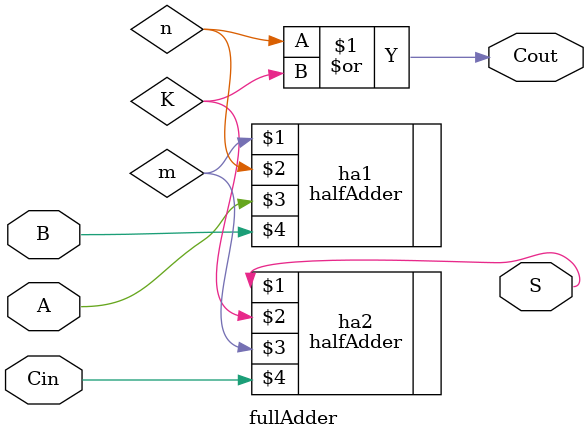
<source format=v>
module fullAdder(S, Cout, A, B, Cin);
	input A, B, Cin;
	output S, Cout;
	halfAdder ha1(m, n, A, B);
	halfAdder ha2(S, K, m, Cin);
	or(Cout, n, K);
endmodule



</source>
